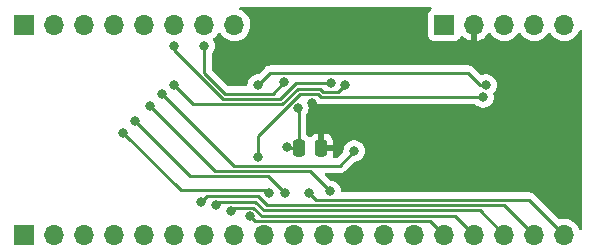
<source format=gbr>
%TF.GenerationSoftware,KiCad,Pcbnew,(6.0.0-0)*%
%TF.CreationDate,2022-07-06T04:59:43-04:00*%
%TF.ProjectId,RAM-Breakout,52414d2d-4272-4656-916b-6f75742e6b69,rev?*%
%TF.SameCoordinates,Original*%
%TF.FileFunction,Copper,L2,Bot*%
%TF.FilePolarity,Positive*%
%FSLAX46Y46*%
G04 Gerber Fmt 4.6, Leading zero omitted, Abs format (unit mm)*
G04 Created by KiCad (PCBNEW (6.0.0-0)) date 2022-07-06 04:59:43*
%MOMM*%
%LPD*%
G01*
G04 APERTURE LIST*
G04 Aperture macros list*
%AMRoundRect*
0 Rectangle with rounded corners*
0 $1 Rounding radius*
0 $2 $3 $4 $5 $6 $7 $8 $9 X,Y pos of 4 corners*
0 Add a 4 corners polygon primitive as box body*
4,1,4,$2,$3,$4,$5,$6,$7,$8,$9,$2,$3,0*
0 Add four circle primitives for the rounded corners*
1,1,$1+$1,$2,$3*
1,1,$1+$1,$4,$5*
1,1,$1+$1,$6,$7*
1,1,$1+$1,$8,$9*
0 Add four rect primitives between the rounded corners*
20,1,$1+$1,$2,$3,$4,$5,0*
20,1,$1+$1,$4,$5,$6,$7,0*
20,1,$1+$1,$6,$7,$8,$9,0*
20,1,$1+$1,$8,$9,$2,$3,0*%
G04 Aperture macros list end*
%TA.AperFunction,SMDPad,CuDef*%
%ADD10RoundRect,0.250000X-0.250000X-0.475000X0.250000X-0.475000X0.250000X0.475000X-0.250000X0.475000X0*%
%TD*%
%TA.AperFunction,ComponentPad*%
%ADD11R,1.700000X1.700000*%
%TD*%
%TA.AperFunction,ComponentPad*%
%ADD12O,1.700000X1.700000*%
%TD*%
%TA.AperFunction,ViaPad*%
%ADD13C,0.800000*%
%TD*%
%TA.AperFunction,Conductor*%
%ADD14C,0.250000*%
%TD*%
G04 APERTURE END LIST*
D10*
%TO.P,C1,1*%
%TO.N,VCC*%
X142118000Y-117094000D03*
%TO.P,C1,2*%
%TO.N,GND*%
X144018000Y-117094000D03*
%TD*%
D11*
%TO.P,J3,1,Pin_1*%
%TO.N,/D0*%
X118887000Y-106680000D03*
D12*
%TO.P,J3,2,Pin_2*%
%TO.N,/D1*%
X121427000Y-106680000D03*
%TO.P,J3,3,Pin_3*%
%TO.N,/D2*%
X123967000Y-106680000D03*
%TO.P,J3,4,Pin_4*%
%TO.N,/D3*%
X126507000Y-106680000D03*
%TO.P,J3,5,Pin_5*%
%TO.N,/D4*%
X129047000Y-106680000D03*
%TO.P,J3,6,Pin_6*%
%TO.N,/D5*%
X131587000Y-106680000D03*
%TO.P,J3,7,Pin_7*%
%TO.N,/D6*%
X134127000Y-106680000D03*
%TO.P,J3,8,Pin_8*%
%TO.N,/D7*%
X136667000Y-106680000D03*
%TD*%
D11*
%TO.P,J2,1,Pin_1*%
%TO.N,VCC*%
X154437000Y-106680000D03*
D12*
%TO.P,J2,2,Pin_2*%
%TO.N,GND*%
X156977000Y-106680000D03*
%TO.P,J2,3,Pin_3*%
%TO.N,/~{WE}*%
X159517000Y-106680000D03*
%TO.P,J2,4,Pin_4*%
%TO.N,/~{OE}*%
X162057000Y-106680000D03*
%TO.P,J2,5,Pin_5*%
%TO.N,/~{CE}*%
X164597000Y-106680000D03*
%TD*%
D11*
%TO.P,J1,1,Pin_1*%
%TO.N,/A18*%
X118882000Y-124460000D03*
D12*
%TO.P,J1,2,Pin_2*%
%TO.N,/A17*%
X121422000Y-124460000D03*
%TO.P,J1,3,Pin_3*%
%TO.N,/A16*%
X123962000Y-124460000D03*
%TO.P,J1,4,Pin_4*%
%TO.N,/A15*%
X126502000Y-124460000D03*
%TO.P,J1,5,Pin_5*%
%TO.N,/A14*%
X129042000Y-124460000D03*
%TO.P,J1,6,Pin_6*%
%TO.N,/A13*%
X131582000Y-124460000D03*
%TO.P,J1,7,Pin_7*%
%TO.N,/A12*%
X134122000Y-124460000D03*
%TO.P,J1,8,Pin_8*%
%TO.N,/A11*%
X136662000Y-124460000D03*
%TO.P,J1,9,Pin_9*%
%TO.N,/A10*%
X139202000Y-124460000D03*
%TO.P,J1,10,Pin_10*%
%TO.N,/A9*%
X141742000Y-124460000D03*
%TO.P,J1,11,Pin_11*%
%TO.N,/A8*%
X144282000Y-124460000D03*
%TO.P,J1,12,Pin_12*%
%TO.N,/A7*%
X146822000Y-124460000D03*
%TO.P,J1,13,Pin_13*%
%TO.N,/A6*%
X149362000Y-124460000D03*
%TO.P,J1,14,Pin_14*%
%TO.N,/A5*%
X151902000Y-124460000D03*
%TO.P,J1,15,Pin_15*%
%TO.N,/A4*%
X154442000Y-124460000D03*
%TO.P,J1,16,Pin_16*%
%TO.N,/A3*%
X156982000Y-124460000D03*
%TO.P,J1,17,Pin_17*%
%TO.N,/A2*%
X159522000Y-124460000D03*
%TO.P,J1,18,Pin_18*%
%TO.N,/A1*%
X162062000Y-124460000D03*
%TO.P,J1,19,Pin_19*%
%TO.N,/A0*%
X164602000Y-124460000D03*
%TD*%
D13*
%TO.N,/~{OE}*%
X157988000Y-111760000D03*
X138684000Y-111760000D03*
%TO.N,/~{CE}*%
X138684000Y-117856000D03*
X157734000Y-112776000D03*
%TO.N,/A0*%
X143002000Y-120904000D03*
%TO.N,/A1*%
X133858000Y-121666000D03*
%TO.N,/A2*%
X135121921Y-121882500D03*
%TO.N,/A3*%
X136398000Y-122428000D03*
%TO.N,/A4*%
X137982470Y-122875530D03*
%TO.N,/D0*%
X127254000Y-115824000D03*
X139622184Y-120941500D03*
%TO.N,/D1*%
X128270000Y-114808000D03*
X140970000Y-120941500D03*
%TO.N,/D2*%
X144780000Y-120762886D03*
X129540000Y-113538000D03*
%TO.N,/D3*%
X130556000Y-112522000D03*
X146812000Y-117348000D03*
%TO.N,/D4*%
X131572000Y-111760000D03*
X146050000Y-111760000D03*
%TO.N,/D5*%
X144815125Y-111601988D03*
X131572000Y-108458000D03*
%TO.N,/D6*%
X134112000Y-108458000D03*
X140907534Y-111492550D03*
%TO.N,VCC*%
X142050731Y-113700497D03*
%TO.N,GND*%
X143256000Y-113250983D03*
%TO.N,VCC*%
X141085641Y-116982911D03*
%TO.N,GND*%
X145288000Y-117094000D03*
%TD*%
D14*
%TO.N,/~{OE}*%
X157480000Y-111760000D02*
X157988000Y-111760000D01*
X157480000Y-111760000D02*
X156464000Y-110744000D01*
X156464000Y-110744000D02*
X139700000Y-110744000D01*
X139700000Y-110744000D02*
X138684000Y-111760000D01*
%TO.N,/D5*%
X141853232Y-111601988D02*
X144815125Y-111601988D01*
%TO.N,/D6*%
X134112000Y-110744000D02*
X135852501Y-112484501D01*
X135852501Y-112484501D02*
X139915583Y-112484501D01*
%TO.N,/D5*%
X135666308Y-112934012D02*
X140521209Y-112934011D01*
X140521209Y-112934011D02*
X141853232Y-111601988D01*
X131572000Y-108839704D02*
X135666308Y-112934012D01*
X131572000Y-108458000D02*
X131572000Y-108839704D01*
%TO.N,/D6*%
X134112000Y-108458000D02*
X134112000Y-110744000D01*
X139915583Y-112484501D02*
X140907534Y-111492550D01*
%TO.N,/D4*%
X131572000Y-111760000D02*
X133195521Y-113383521D01*
X133195521Y-113383521D02*
X140707403Y-113383521D01*
X143950195Y-112072491D02*
X144204192Y-112326488D01*
X144204192Y-112326488D02*
X145483511Y-112326489D01*
X140707403Y-113383521D02*
X142018434Y-112072490D01*
X145483511Y-112326489D02*
X146050000Y-111760000D01*
X142018434Y-112072490D02*
X143950195Y-112072491D01*
%TO.N,/~{CE}*%
X143764001Y-112522001D02*
X142204627Y-112522001D01*
X138684000Y-116042628D02*
X138684000Y-117856000D01*
X157734000Y-112776000D02*
X144017999Y-112775999D01*
X144017999Y-112775999D02*
X143764001Y-112522001D01*
X142204627Y-112522001D02*
X138684000Y-116042628D01*
%TO.N,VCC*%
X142118000Y-117094000D02*
X142118000Y-113767766D01*
X142118000Y-113767766D02*
X142050731Y-113700497D01*
%TO.N,/D1*%
X132941521Y-119479521D02*
X139508021Y-119479521D01*
X128270000Y-114808000D02*
X132941521Y-119479521D01*
%TO.N,/D2*%
X129540000Y-113538000D02*
X135032011Y-119030011D01*
X135032011Y-119030011D02*
X143047125Y-119030011D01*
%TO.N,/D3*%
X130556000Y-112522000D02*
X136614501Y-118580501D01*
%TO.N,/D2*%
X143047125Y-119030011D02*
X144780000Y-120762886D01*
%TO.N,/D3*%
X145579499Y-118580501D02*
X146812000Y-117348000D01*
X136614501Y-118580501D02*
X145579499Y-118580501D01*
%TO.N,/D1*%
X139508021Y-119479521D02*
X140970000Y-120941500D01*
%TO.N,VCC*%
X141196730Y-117094000D02*
X141085641Y-116982911D01*
X142118000Y-117094000D02*
X141196730Y-117094000D01*
%TO.N,GND*%
X144018000Y-114012983D02*
X143256000Y-113250983D01*
X144018000Y-117094000D02*
X144018000Y-114012983D01*
%TO.N,/A1*%
X162062000Y-124460000D02*
X159538957Y-121936957D01*
X138684000Y-121158000D02*
X134366000Y-121158000D01*
%TO.N,/A0*%
X161629446Y-121487446D02*
X164602000Y-124460000D01*
%TO.N,/A1*%
X139462957Y-121936957D02*
X138684000Y-121158000D01*
%TO.N,/A4*%
X153267490Y-123285490D02*
X138392429Y-123285489D01*
%TO.N,/A0*%
X143585446Y-121487446D02*
X161629446Y-121487446D01*
X143002000Y-120904000D02*
X143585446Y-121487446D01*
%TO.N,/A1*%
X134366000Y-121158000D02*
X133858000Y-121666000D01*
%TO.N,/A3*%
X155357979Y-122835979D02*
X138967518Y-122835978D01*
%TO.N,/A1*%
X159538957Y-121936957D02*
X139462957Y-121936957D01*
%TO.N,/A2*%
X135338421Y-121666000D02*
X135121921Y-121882500D01*
X138433244Y-121666000D02*
X135338421Y-121666000D01*
X139153712Y-122386468D02*
X138433244Y-121666000D01*
X159522000Y-124460000D02*
X157448468Y-122386468D01*
%TO.N,/A3*%
X136674971Y-122151029D02*
X136398000Y-122428000D01*
X138282569Y-122151029D02*
X136674971Y-122151029D01*
X138967518Y-122835978D02*
X138282569Y-122151029D01*
X156982000Y-124460000D02*
X155357979Y-122835979D01*
%TO.N,/A2*%
X157448468Y-122386468D02*
X139153712Y-122386468D01*
%TO.N,/A4*%
X154442000Y-124460000D02*
X153267490Y-123285490D01*
X138392429Y-123285489D02*
X137982470Y-122875530D01*
%TO.N,/D0*%
X132117499Y-120687499D02*
X139368183Y-120687499D01*
X127254000Y-115824000D02*
X132117499Y-120687499D01*
X139368183Y-120687499D02*
X139622184Y-120941500D01*
%TO.N,GND*%
X145288000Y-117094000D02*
X144018000Y-117094000D01*
%TD*%
%TA.AperFunction,Conductor*%
%TO.N,GND*%
G36*
X153328260Y-105176002D02*
G01*
X153374753Y-105229658D01*
X153384857Y-105299932D01*
X153355363Y-105364512D01*
X153335705Y-105382825D01*
X153223739Y-105466739D01*
X153136385Y-105583295D01*
X153085255Y-105719684D01*
X153078500Y-105781866D01*
X153078500Y-107578134D01*
X153085255Y-107640316D01*
X153136385Y-107776705D01*
X153223739Y-107893261D01*
X153340295Y-107980615D01*
X153476684Y-108031745D01*
X153538866Y-108038500D01*
X155335134Y-108038500D01*
X155397316Y-108031745D01*
X155533705Y-107980615D01*
X155650261Y-107893261D01*
X155737615Y-107776705D01*
X155759945Y-107717139D01*
X155781798Y-107658848D01*
X155824440Y-107602084D01*
X155891001Y-107577384D01*
X155960350Y-107592592D01*
X155995017Y-107620580D01*
X156020218Y-107649673D01*
X156027580Y-107656883D01*
X156191434Y-107792916D01*
X156199881Y-107798831D01*
X156383756Y-107906279D01*
X156393042Y-107910729D01*
X156592001Y-107986703D01*
X156601899Y-107989579D01*
X156705250Y-108010606D01*
X156719299Y-108009410D01*
X156723000Y-107999065D01*
X156723000Y-106552000D01*
X156743002Y-106483879D01*
X156796658Y-106437386D01*
X156849000Y-106426000D01*
X157105000Y-106426000D01*
X157173121Y-106446002D01*
X157219614Y-106499658D01*
X157231000Y-106552000D01*
X157231000Y-107998517D01*
X157235064Y-108012359D01*
X157248478Y-108014393D01*
X157255184Y-108013534D01*
X157265262Y-108011392D01*
X157469255Y-107950191D01*
X157478842Y-107946433D01*
X157670095Y-107852739D01*
X157678945Y-107847464D01*
X157852328Y-107723792D01*
X157860200Y-107717139D01*
X158011052Y-107566812D01*
X158017730Y-107558965D01*
X158145022Y-107381819D01*
X158146279Y-107382722D01*
X158193373Y-107339362D01*
X158263311Y-107327145D01*
X158328751Y-107354678D01*
X158356579Y-107386511D01*
X158416987Y-107485088D01*
X158563250Y-107653938D01*
X158639376Y-107717139D01*
X158729234Y-107791740D01*
X158735126Y-107796632D01*
X158928000Y-107909338D01*
X159136692Y-107989030D01*
X159141760Y-107990061D01*
X159141763Y-107990062D01*
X159236862Y-108009410D01*
X159355597Y-108033567D01*
X159360772Y-108033757D01*
X159360774Y-108033757D01*
X159573673Y-108041564D01*
X159573677Y-108041564D01*
X159578837Y-108041753D01*
X159583957Y-108041097D01*
X159583959Y-108041097D01*
X159795288Y-108014025D01*
X159795289Y-108014025D01*
X159800416Y-108013368D01*
X159805366Y-108011883D01*
X160009429Y-107950661D01*
X160009434Y-107950659D01*
X160014384Y-107949174D01*
X160214994Y-107850896D01*
X160396860Y-107721173D01*
X160555096Y-107563489D01*
X160685453Y-107382077D01*
X160686776Y-107383028D01*
X160733645Y-107339857D01*
X160803580Y-107327625D01*
X160869026Y-107355144D01*
X160896875Y-107386994D01*
X160956987Y-107485088D01*
X161103250Y-107653938D01*
X161179376Y-107717139D01*
X161269234Y-107791740D01*
X161275126Y-107796632D01*
X161468000Y-107909338D01*
X161676692Y-107989030D01*
X161681760Y-107990061D01*
X161681763Y-107990062D01*
X161776862Y-108009410D01*
X161895597Y-108033567D01*
X161900772Y-108033757D01*
X161900774Y-108033757D01*
X162113673Y-108041564D01*
X162113677Y-108041564D01*
X162118837Y-108041753D01*
X162123957Y-108041097D01*
X162123959Y-108041097D01*
X162335288Y-108014025D01*
X162335289Y-108014025D01*
X162340416Y-108013368D01*
X162345366Y-108011883D01*
X162549429Y-107950661D01*
X162549434Y-107950659D01*
X162554384Y-107949174D01*
X162754994Y-107850896D01*
X162936860Y-107721173D01*
X163095096Y-107563489D01*
X163225453Y-107382077D01*
X163226776Y-107383028D01*
X163273645Y-107339857D01*
X163343580Y-107327625D01*
X163409026Y-107355144D01*
X163436875Y-107386994D01*
X163496987Y-107485088D01*
X163643250Y-107653938D01*
X163719376Y-107717139D01*
X163809234Y-107791740D01*
X163815126Y-107796632D01*
X164008000Y-107909338D01*
X164216692Y-107989030D01*
X164221760Y-107990061D01*
X164221763Y-107990062D01*
X164316862Y-108009410D01*
X164435597Y-108033567D01*
X164440772Y-108033757D01*
X164440774Y-108033757D01*
X164653673Y-108041564D01*
X164653677Y-108041564D01*
X164658837Y-108041753D01*
X164663957Y-108041097D01*
X164663959Y-108041097D01*
X164875288Y-108014025D01*
X164875289Y-108014025D01*
X164880416Y-108013368D01*
X164885366Y-108011883D01*
X165089429Y-107950661D01*
X165089434Y-107950659D01*
X165094384Y-107949174D01*
X165294994Y-107850896D01*
X165476860Y-107721173D01*
X165635096Y-107563489D01*
X165765453Y-107382077D01*
X165778995Y-107354678D01*
X165862136Y-107186453D01*
X165862137Y-107186451D01*
X165864430Y-107181811D01*
X165869442Y-107165315D01*
X165908383Y-107105951D01*
X165973238Y-107077064D01*
X166043414Y-107087826D01*
X166096631Y-107134819D01*
X166116000Y-107201944D01*
X166116000Y-123929108D01*
X166095998Y-123997229D01*
X166042342Y-124043722D01*
X165972068Y-124053826D01*
X165907488Y-124024332D01*
X165874451Y-123979351D01*
X165870768Y-123970882D01*
X165803354Y-123815840D01*
X165682014Y-123628277D01*
X165531670Y-123463051D01*
X165527619Y-123459852D01*
X165527615Y-123459848D01*
X165360414Y-123327800D01*
X165360410Y-123327798D01*
X165356359Y-123324598D01*
X165160789Y-123216638D01*
X165155920Y-123214914D01*
X165155916Y-123214912D01*
X164955087Y-123143795D01*
X164955083Y-123143794D01*
X164950212Y-123142069D01*
X164945119Y-123141162D01*
X164945116Y-123141161D01*
X164735373Y-123103800D01*
X164735367Y-123103799D01*
X164730284Y-123102894D01*
X164656452Y-123101992D01*
X164512081Y-123100228D01*
X164512079Y-123100228D01*
X164506911Y-123100165D01*
X164286091Y-123133955D01*
X164273532Y-123138060D01*
X164202568Y-123140210D01*
X164145294Y-123107389D01*
X162133098Y-121095193D01*
X162125558Y-121086907D01*
X162121446Y-121080428D01*
X162071794Y-121033802D01*
X162068953Y-121031048D01*
X162049216Y-121011311D01*
X162046019Y-121008831D01*
X162036997Y-121001126D01*
X162010546Y-120976287D01*
X162004767Y-120970860D01*
X161997821Y-120967041D01*
X161997818Y-120967039D01*
X161987012Y-120961098D01*
X161970493Y-120950247D01*
X161970029Y-120949887D01*
X161954487Y-120937832D01*
X161947218Y-120934687D01*
X161947214Y-120934684D01*
X161913909Y-120920272D01*
X161903259Y-120915055D01*
X161864506Y-120893751D01*
X161844883Y-120888713D01*
X161826180Y-120882309D01*
X161814866Y-120877413D01*
X161814865Y-120877413D01*
X161807591Y-120874265D01*
X161799768Y-120873026D01*
X161799758Y-120873023D01*
X161763922Y-120867347D01*
X161752302Y-120864941D01*
X161717157Y-120855918D01*
X161717156Y-120855918D01*
X161709476Y-120853946D01*
X161689222Y-120853946D01*
X161669511Y-120852395D01*
X161657332Y-120850466D01*
X161649503Y-120849226D01*
X161641611Y-120849972D01*
X161605485Y-120853387D01*
X161593627Y-120853946D01*
X145816526Y-120853946D01*
X145748405Y-120833944D01*
X145701912Y-120780288D01*
X145691216Y-120741116D01*
X145674232Y-120579521D01*
X145674232Y-120579519D01*
X145673542Y-120572958D01*
X145614527Y-120391330D01*
X145519040Y-120225942D01*
X145417241Y-120112882D01*
X145395675Y-120088931D01*
X145395674Y-120088930D01*
X145391253Y-120084020D01*
X145236752Y-119971768D01*
X145230724Y-119969084D01*
X145230722Y-119969083D01*
X145068319Y-119896777D01*
X145068318Y-119896777D01*
X145062288Y-119894092D01*
X144968887Y-119874239D01*
X144881944Y-119855758D01*
X144881939Y-119855758D01*
X144875487Y-119854386D01*
X144819595Y-119854386D01*
X144751474Y-119834384D01*
X144730500Y-119817481D01*
X144342115Y-119429096D01*
X144308089Y-119366784D01*
X144313154Y-119295969D01*
X144355701Y-119239133D01*
X144422221Y-119214322D01*
X144431210Y-119214001D01*
X145500732Y-119214001D01*
X145511915Y-119214528D01*
X145519408Y-119216203D01*
X145527334Y-119215954D01*
X145527335Y-119215954D01*
X145587485Y-119214063D01*
X145591444Y-119214001D01*
X145619355Y-119214001D01*
X145623290Y-119213504D01*
X145623355Y-119213496D01*
X145635192Y-119212563D01*
X145667450Y-119211549D01*
X145671469Y-119211423D01*
X145679388Y-119211174D01*
X145698842Y-119205522D01*
X145718199Y-119201514D01*
X145730429Y-119199969D01*
X145730430Y-119199969D01*
X145738296Y-119198975D01*
X145745667Y-119196056D01*
X145745669Y-119196056D01*
X145779411Y-119182697D01*
X145790641Y-119178852D01*
X145825482Y-119168730D01*
X145825483Y-119168730D01*
X145833092Y-119166519D01*
X145839911Y-119162486D01*
X145839916Y-119162484D01*
X145850527Y-119156208D01*
X145868275Y-119147513D01*
X145887116Y-119140053D01*
X145922886Y-119114065D01*
X145932806Y-119107549D01*
X145964034Y-119089081D01*
X145964037Y-119089079D01*
X145970861Y-119085043D01*
X145985182Y-119070722D01*
X146000216Y-119057881D01*
X146010193Y-119050632D01*
X146016606Y-119045973D01*
X146044797Y-119011896D01*
X146052787Y-119003117D01*
X146762499Y-118293405D01*
X146824811Y-118259379D01*
X146851594Y-118256500D01*
X146907487Y-118256500D01*
X146913939Y-118255128D01*
X146913944Y-118255128D01*
X147000888Y-118236647D01*
X147094288Y-118216794D01*
X147100319Y-118214109D01*
X147262722Y-118141803D01*
X147262724Y-118141802D01*
X147268752Y-118139118D01*
X147423253Y-118026866D01*
X147528393Y-117910096D01*
X147546621Y-117889852D01*
X147546622Y-117889851D01*
X147551040Y-117884944D01*
X147646527Y-117719556D01*
X147705542Y-117537928D01*
X147725504Y-117348000D01*
X147712219Y-117221597D01*
X147706232Y-117164635D01*
X147706232Y-117164633D01*
X147705542Y-117158072D01*
X147646527Y-116976444D01*
X147551040Y-116811056D01*
X147540677Y-116799546D01*
X147427675Y-116674045D01*
X147427674Y-116674044D01*
X147423253Y-116669134D01*
X147289429Y-116571905D01*
X147274094Y-116560763D01*
X147274093Y-116560762D01*
X147268752Y-116556882D01*
X147262724Y-116554198D01*
X147262722Y-116554197D01*
X147100319Y-116481891D01*
X147100318Y-116481891D01*
X147094288Y-116479206D01*
X146986995Y-116456400D01*
X146913944Y-116440872D01*
X146913939Y-116440872D01*
X146907487Y-116439500D01*
X146716513Y-116439500D01*
X146710061Y-116440872D01*
X146710056Y-116440872D01*
X146637005Y-116456400D01*
X146529712Y-116479206D01*
X146523682Y-116481891D01*
X146523681Y-116481891D01*
X146361278Y-116554197D01*
X146361276Y-116554198D01*
X146355248Y-116556882D01*
X146349907Y-116560762D01*
X146349906Y-116560763D01*
X146334571Y-116571905D01*
X146200747Y-116669134D01*
X146196326Y-116674044D01*
X146196325Y-116674045D01*
X146083324Y-116799546D01*
X146072960Y-116811056D01*
X145977473Y-116976444D01*
X145918458Y-117158072D01*
X145902054Y-117314153D01*
X145901093Y-117323292D01*
X145874080Y-117388949D01*
X145864878Y-117399218D01*
X145353998Y-117910097D01*
X145291686Y-117944122D01*
X145264903Y-117947001D01*
X145115800Y-117947001D01*
X145047679Y-117926999D01*
X145001186Y-117873343D01*
X144991082Y-117803069D01*
X144996207Y-117781333D01*
X145013138Y-117730290D01*
X145016005Y-117716914D01*
X145025672Y-117622562D01*
X145026000Y-117616146D01*
X145026000Y-117366115D01*
X145021525Y-117350876D01*
X145020135Y-117349671D01*
X145012452Y-117348000D01*
X143890000Y-117348000D01*
X143821879Y-117327998D01*
X143775386Y-117274342D01*
X143764000Y-117222000D01*
X143764000Y-116821885D01*
X144272000Y-116821885D01*
X144276475Y-116837124D01*
X144277865Y-116838329D01*
X144285548Y-116840000D01*
X145007884Y-116840000D01*
X145023123Y-116835525D01*
X145024328Y-116834135D01*
X145025999Y-116826452D01*
X145025999Y-116571905D01*
X145025662Y-116565386D01*
X145015743Y-116469794D01*
X145012851Y-116456400D01*
X144961412Y-116302216D01*
X144955239Y-116289038D01*
X144869937Y-116151193D01*
X144860901Y-116139792D01*
X144746171Y-116025261D01*
X144734760Y-116016249D01*
X144596757Y-115931184D01*
X144583576Y-115925037D01*
X144429290Y-115873862D01*
X144415914Y-115870995D01*
X144321562Y-115861328D01*
X144315145Y-115861000D01*
X144290115Y-115861000D01*
X144274876Y-115865475D01*
X144273671Y-115866865D01*
X144272000Y-115874548D01*
X144272000Y-116821885D01*
X143764000Y-116821885D01*
X143764000Y-115879116D01*
X143759525Y-115863877D01*
X143758135Y-115862672D01*
X143750452Y-115861001D01*
X143720905Y-115861001D01*
X143714386Y-115861338D01*
X143618794Y-115871257D01*
X143605400Y-115874149D01*
X143451216Y-115925588D01*
X143438038Y-115931761D01*
X143300193Y-116017063D01*
X143288792Y-116026099D01*
X143174262Y-116140828D01*
X143167206Y-116149762D01*
X143109288Y-116190823D01*
X143038365Y-116194053D01*
X142976954Y-116158426D01*
X142970154Y-116150593D01*
X142966478Y-116144652D01*
X142841303Y-116019695D01*
X142811382Y-116001251D01*
X142763890Y-115948478D01*
X142751500Y-115893992D01*
X142751500Y-114328312D01*
X142771502Y-114260191D01*
X142783866Y-114243999D01*
X142785352Y-114242349D01*
X142785353Y-114242348D01*
X142789771Y-114237441D01*
X142828821Y-114169804D01*
X142881954Y-114077776D01*
X142881955Y-114077775D01*
X142885258Y-114072053D01*
X142944273Y-113890425D01*
X142964235Y-113700497D01*
X142958525Y-113646166D01*
X142944963Y-113517132D01*
X142944963Y-113517130D01*
X142944273Y-113510569D01*
X142904831Y-113389180D01*
X142887299Y-113335222D01*
X142887298Y-113335221D01*
X142885258Y-113328941D01*
X142885669Y-113328807D01*
X142876764Y-113262380D01*
X142906872Y-113198084D01*
X142966962Y-113160272D01*
X143001305Y-113155501D01*
X143446811Y-113155501D01*
X143514932Y-113175503D01*
X143533064Y-113189651D01*
X143575666Y-113229657D01*
X143578508Y-113232412D01*
X143598229Y-113252133D01*
X143601424Y-113254611D01*
X143610446Y-113262317D01*
X143642678Y-113292585D01*
X143649627Y-113296405D01*
X143660431Y-113302345D01*
X143676955Y-113313198D01*
X143692958Y-113325612D01*
X143733542Y-113343175D01*
X143744172Y-113348382D01*
X143782939Y-113369694D01*
X143790616Y-113371665D01*
X143790621Y-113371667D01*
X143802557Y-113374731D01*
X143821265Y-113381136D01*
X143839854Y-113389180D01*
X143847679Y-113390419D01*
X143847681Y-113390420D01*
X143883518Y-113396096D01*
X143895139Y-113398503D01*
X143930288Y-113407527D01*
X143937969Y-113409499D01*
X143958230Y-113409499D01*
X143977939Y-113411050D01*
X143997942Y-113414218D01*
X144005834Y-113413472D01*
X144011061Y-113412978D01*
X144041953Y-113410058D01*
X144053810Y-113409499D01*
X145296396Y-113409499D01*
X157025800Y-113409500D01*
X157093921Y-113429502D01*
X157113147Y-113445843D01*
X157113420Y-113445540D01*
X157118332Y-113449963D01*
X157122747Y-113454866D01*
X157144329Y-113470546D01*
X157246207Y-113544565D01*
X157277248Y-113567118D01*
X157283276Y-113569802D01*
X157283278Y-113569803D01*
X157445681Y-113642109D01*
X157451712Y-113644794D01*
X157545112Y-113664647D01*
X157632056Y-113683128D01*
X157632061Y-113683128D01*
X157638513Y-113684500D01*
X157829487Y-113684500D01*
X157835939Y-113683128D01*
X157835944Y-113683128D01*
X157922887Y-113664647D01*
X158016288Y-113644794D01*
X158022319Y-113642109D01*
X158184722Y-113569803D01*
X158184724Y-113569802D01*
X158190752Y-113567118D01*
X158221794Y-113544565D01*
X158246157Y-113526864D01*
X158345253Y-113454866D01*
X158387877Y-113407527D01*
X158468621Y-113317852D01*
X158468622Y-113317851D01*
X158473040Y-113312944D01*
X158560926Y-113160721D01*
X158565223Y-113153279D01*
X158565224Y-113153278D01*
X158568527Y-113147556D01*
X158627542Y-112965928D01*
X158639175Y-112855251D01*
X158646814Y-112782565D01*
X158647504Y-112776000D01*
X158636159Y-112668054D01*
X158628232Y-112592635D01*
X158628232Y-112592633D01*
X158627542Y-112586072D01*
X158607373Y-112523998D01*
X158605345Y-112453032D01*
X158633570Y-112400753D01*
X158722621Y-112301852D01*
X158722622Y-112301851D01*
X158727040Y-112296944D01*
X158814926Y-112144721D01*
X158819223Y-112137279D01*
X158819224Y-112137278D01*
X158822527Y-112131556D01*
X158881542Y-111949928D01*
X158893175Y-111839251D01*
X158900814Y-111766565D01*
X158901504Y-111760000D01*
X158890280Y-111653206D01*
X158882232Y-111576635D01*
X158882232Y-111576633D01*
X158881542Y-111570072D01*
X158822527Y-111388444D01*
X158816209Y-111377500D01*
X158730341Y-111228774D01*
X158727040Y-111223056D01*
X158599253Y-111081134D01*
X158444752Y-110968882D01*
X158438724Y-110966198D01*
X158438722Y-110966197D01*
X158276319Y-110893891D01*
X158276318Y-110893891D01*
X158270288Y-110891206D01*
X158176887Y-110871353D01*
X158089944Y-110852872D01*
X158089939Y-110852872D01*
X158083487Y-110851500D01*
X157892513Y-110851500D01*
X157886061Y-110852872D01*
X157886056Y-110852872D01*
X157799113Y-110871353D01*
X157705712Y-110891206D01*
X157699685Y-110893889D01*
X157699677Y-110893892D01*
X157647405Y-110917166D01*
X157577038Y-110926601D01*
X157512741Y-110896495D01*
X157507059Y-110891155D01*
X156967647Y-110351742D01*
X156960113Y-110343463D01*
X156956000Y-110336982D01*
X156906348Y-110290356D01*
X156903507Y-110287602D01*
X156883770Y-110267865D01*
X156880573Y-110265385D01*
X156871551Y-110257680D01*
X156858122Y-110245069D01*
X156839321Y-110227414D01*
X156832375Y-110223595D01*
X156832372Y-110223593D01*
X156821566Y-110217652D01*
X156805047Y-110206801D01*
X156804583Y-110206441D01*
X156789041Y-110194386D01*
X156781772Y-110191241D01*
X156781768Y-110191238D01*
X156748463Y-110176826D01*
X156737813Y-110171609D01*
X156699060Y-110150305D01*
X156679437Y-110145267D01*
X156660734Y-110138863D01*
X156649420Y-110133967D01*
X156649419Y-110133967D01*
X156642145Y-110130819D01*
X156634322Y-110129580D01*
X156634312Y-110129577D01*
X156598476Y-110123901D01*
X156586856Y-110121495D01*
X156551711Y-110112472D01*
X156551710Y-110112472D01*
X156544030Y-110110500D01*
X156523776Y-110110500D01*
X156504065Y-110108949D01*
X156491886Y-110107020D01*
X156484057Y-110105780D01*
X156454786Y-110108547D01*
X156440039Y-110109941D01*
X156428181Y-110110500D01*
X139778767Y-110110500D01*
X139767584Y-110109973D01*
X139760091Y-110108298D01*
X139752165Y-110108547D01*
X139752164Y-110108547D01*
X139692001Y-110110438D01*
X139688043Y-110110500D01*
X139660144Y-110110500D01*
X139656154Y-110111004D01*
X139644320Y-110111936D01*
X139600111Y-110113326D01*
X139592497Y-110115538D01*
X139592492Y-110115539D01*
X139580659Y-110118977D01*
X139561296Y-110122988D01*
X139541203Y-110125526D01*
X139533836Y-110128443D01*
X139533831Y-110128444D01*
X139500092Y-110141802D01*
X139488865Y-110145646D01*
X139446407Y-110157982D01*
X139439581Y-110162019D01*
X139428972Y-110168293D01*
X139411224Y-110176988D01*
X139392383Y-110184448D01*
X139385967Y-110189110D01*
X139385966Y-110189110D01*
X139356613Y-110210436D01*
X139346693Y-110216952D01*
X139315465Y-110235420D01*
X139315462Y-110235422D01*
X139308638Y-110239458D01*
X139294317Y-110253779D01*
X139279284Y-110266619D01*
X139262893Y-110278528D01*
X139257843Y-110284632D01*
X139257838Y-110284637D01*
X139234707Y-110312598D01*
X139226717Y-110321379D01*
X138733499Y-110814596D01*
X138671187Y-110848621D01*
X138644404Y-110851500D01*
X138588513Y-110851500D01*
X138582061Y-110852872D01*
X138582056Y-110852872D01*
X138495113Y-110871353D01*
X138401712Y-110891206D01*
X138395682Y-110893891D01*
X138395681Y-110893891D01*
X138233278Y-110966197D01*
X138233276Y-110966198D01*
X138227248Y-110968882D01*
X138072747Y-111081134D01*
X137944960Y-111223056D01*
X137941659Y-111228774D01*
X137855792Y-111377500D01*
X137849473Y-111388444D01*
X137790458Y-111570072D01*
X137789769Y-111576631D01*
X137789768Y-111576634D01*
X137772790Y-111738172D01*
X137745777Y-111803828D01*
X137687555Y-111844458D01*
X137647480Y-111851001D01*
X136167095Y-111851001D01*
X136098974Y-111830999D01*
X136078000Y-111814096D01*
X134782405Y-110518500D01*
X134748379Y-110456188D01*
X134745500Y-110429405D01*
X134745500Y-109160524D01*
X134765502Y-109092403D01*
X134777858Y-109076221D01*
X134851040Y-108994944D01*
X134946527Y-108829556D01*
X135005542Y-108647928D01*
X135025504Y-108458000D01*
X135005542Y-108268072D01*
X134946527Y-108086444D01*
X134920725Y-108041753D01*
X134871977Y-107957319D01*
X134855239Y-107888323D01*
X134878460Y-107821232D01*
X134907928Y-107791740D01*
X134918939Y-107783886D01*
X135006860Y-107721173D01*
X135165096Y-107563489D01*
X135295453Y-107382077D01*
X135296776Y-107383028D01*
X135343645Y-107339857D01*
X135413580Y-107327625D01*
X135479026Y-107355144D01*
X135506875Y-107386994D01*
X135566987Y-107485088D01*
X135713250Y-107653938D01*
X135789376Y-107717139D01*
X135879234Y-107791740D01*
X135885126Y-107796632D01*
X136078000Y-107909338D01*
X136286692Y-107989030D01*
X136291760Y-107990061D01*
X136291763Y-107990062D01*
X136386862Y-108009410D01*
X136505597Y-108033567D01*
X136510772Y-108033757D01*
X136510774Y-108033757D01*
X136723673Y-108041564D01*
X136723677Y-108041564D01*
X136728837Y-108041753D01*
X136733957Y-108041097D01*
X136733959Y-108041097D01*
X136945288Y-108014025D01*
X136945289Y-108014025D01*
X136950416Y-108013368D01*
X136955366Y-108011883D01*
X137159429Y-107950661D01*
X137159434Y-107950659D01*
X137164384Y-107949174D01*
X137364994Y-107850896D01*
X137546860Y-107721173D01*
X137705096Y-107563489D01*
X137835453Y-107382077D01*
X137848995Y-107354678D01*
X137932136Y-107186453D01*
X137932137Y-107186451D01*
X137934430Y-107181811D01*
X137999370Y-106968069D01*
X138028529Y-106746590D01*
X138030156Y-106680000D01*
X138011852Y-106457361D01*
X137957431Y-106240702D01*
X137868354Y-106035840D01*
X137747014Y-105848277D01*
X137596670Y-105683051D01*
X137592619Y-105679852D01*
X137592615Y-105679848D01*
X137425414Y-105547800D01*
X137425410Y-105547798D01*
X137421359Y-105544598D01*
X137385028Y-105524542D01*
X137369136Y-105515769D01*
X137225789Y-105436638D01*
X137220920Y-105434914D01*
X137220916Y-105434912D01*
X137124509Y-105400773D01*
X137066973Y-105359179D01*
X137041057Y-105293081D01*
X137054991Y-105223465D01*
X137104350Y-105172434D01*
X137166569Y-105156000D01*
X153260139Y-105156000D01*
X153328260Y-105176002D01*
G37*
%TD.AperFunction*%
%TD*%
M02*

</source>
